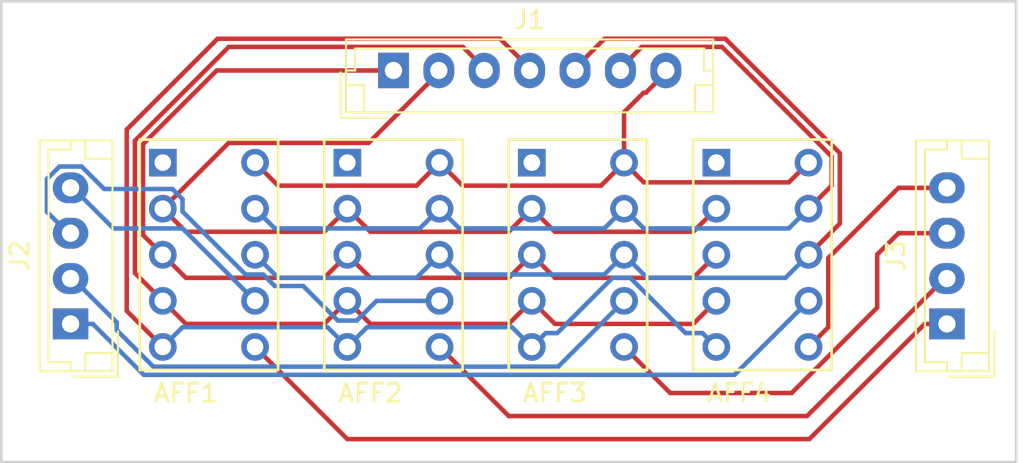
<source format=kicad_pcb>
(kicad_pcb (version 20171130) (host pcbnew 5.0.0)

  (general
    (thickness 1.6)
    (drawings 5)
    (tracks 177)
    (zones 0)
    (modules 7)
    (nets 20)
  )

  (page A4)
  (layers
    (0 F.Cu signal)
    (31 B.Cu signal)
    (32 B.Adhes user)
    (33 F.Adhes user)
    (34 B.Paste user)
    (35 F.Paste user)
    (36 B.SilkS user)
    (37 F.SilkS user)
    (38 B.Mask user)
    (39 F.Mask user)
    (40 Dwgs.User user)
    (41 Cmts.User user)
    (42 Eco1.User user)
    (43 Eco2.User user)
    (44 Edge.Cuts user)
    (45 Margin user)
    (46 B.CrtYd user)
    (47 F.CrtYd user)
    (48 B.Fab user)
    (49 F.Fab user)
  )

  (setup
    (last_trace_width 0.25)
    (trace_clearance 0.2)
    (zone_clearance 0.508)
    (zone_45_only no)
    (trace_min 0.2)
    (segment_width 0.2)
    (edge_width 0.15)
    (via_size 0.8)
    (via_drill 0.4)
    (via_min_size 0.4)
    (via_min_drill 0.3)
    (uvia_size 0.3)
    (uvia_drill 0.1)
    (uvias_allowed no)
    (uvia_min_size 0.2)
    (uvia_min_drill 0.1)
    (pcb_text_width 0.3)
    (pcb_text_size 1.5 1.5)
    (mod_edge_width 0.15)
    (mod_text_size 1 1)
    (mod_text_width 0.15)
    (pad_size 1.524 1.524)
    (pad_drill 0.762)
    (pad_to_mask_clearance 0.2)
    (aux_axis_origin 0 0)
    (visible_elements FFFFFF7F)
    (pcbplotparams
      (layerselection 0x010fc_ffffffff)
      (usegerberextensions false)
      (usegerberattributes false)
      (usegerberadvancedattributes false)
      (creategerberjobfile false)
      (excludeedgelayer true)
      (linewidth 0.100000)
      (plotframeref false)
      (viasonmask false)
      (mode 1)
      (useauxorigin false)
      (hpglpennumber 1)
      (hpglpenspeed 20)
      (hpglpendiameter 15.000000)
      (psnegative false)
      (psa4output false)
      (plotreference true)
      (plotvalue true)
      (plotinvisibletext false)
      (padsonsilk false)
      (subtractmaskfromsilk false)
      (outputformat 1)
      (mirror false)
      (drillshape 1)
      (scaleselection 1)
      (outputdirectory ""))
  )

  (net 0 "")
  (net 1 /e)
  (net 2 /d)
  (net 3 /c)
  (net 4 /b)
  (net 5 /a)
  (net 6 /g)
  (net 7 /f)
  (net 8 "Net-(AFF1-Pad1)")
  (net 9 "Net-(AFF1-Pad6)")
  (net 10 "Net-(AFF1-Pad7)")
  (net 11 "Net-(AFF2-Pad7)")
  (net 12 "Net-(AFF2-Pad6)")
  (net 13 "Net-(AFF2-Pad1)")
  (net 14 "Net-(AFF3-Pad1)")
  (net 15 "Net-(AFF3-Pad6)")
  (net 16 "Net-(AFF3-Pad7)")
  (net 17 "Net-(AFF4-Pad7)")
  (net 18 "Net-(AFF4-Pad6)")
  (net 19 "Net-(AFF4-Pad1)")

  (net_class Default "This is the default net class."
    (clearance 0.2)
    (trace_width 0.25)
    (via_dia 0.8)
    (via_drill 0.4)
    (uvia_dia 0.3)
    (uvia_drill 0.1)
    (add_net /a)
    (add_net /b)
    (add_net /c)
    (add_net /d)
    (add_net /e)
    (add_net /f)
    (add_net /g)
    (add_net "Net-(AFF1-Pad1)")
    (add_net "Net-(AFF1-Pad6)")
    (add_net "Net-(AFF1-Pad7)")
    (add_net "Net-(AFF2-Pad1)")
    (add_net "Net-(AFF2-Pad6)")
    (add_net "Net-(AFF2-Pad7)")
    (add_net "Net-(AFF3-Pad1)")
    (add_net "Net-(AFF3-Pad6)")
    (add_net "Net-(AFF3-Pad7)")
    (add_net "Net-(AFF4-Pad1)")
    (add_net "Net-(AFF4-Pad6)")
    (add_net "Net-(AFF4-Pad7)")
  )

  (module local:LSHD-A101 (layer F.Cu) (tedit 5B99886D) (tstamp 5BB0E6CE)
    (at 144.78 87.63 90)
    (path /5B948246)
    (fp_text reference AFF4 (at -7.62 -1.27) (layer F.SilkS)
      (effects (font (size 1 1) (thickness 0.15)))
    )
    (fp_text value LSHD-A101 (at 1.27 0 90) (layer F.Fab)
      (effects (font (size 1 1) (thickness 0.15)))
    )
    (fp_line (start -6.35 -3.81) (end -6.35 3.81) (layer F.SilkS) (width 0.15))
    (fp_line (start 6.35 -3.81) (end -6.35 -3.81) (layer F.SilkS) (width 0.15))
    (fp_line (start 6.35 3.81) (end 6.35 -3.81) (layer F.SilkS) (width 0.15))
    (fp_line (start -6.35 3.81) (end 6.35 3.81) (layer F.SilkS) (width 0.15))
    (pad 10 thru_hole circle (at 5.08 2.54) (size 1.524 1.524) (drill 0.9144) (layers *.Cu *.Mask)
      (net 5 /a))
    (pad 9 thru_hole circle (at 2.54 2.54) (size 1.524 1.524) (drill 0.9144) (layers *.Cu *.Mask)
      (net 4 /b))
    (pad 8 thru_hole circle (at 0 2.54) (size 1.524 1.524) (drill 0.9144) (layers *.Cu *.Mask)
      (net 3 /c))
    (pad 7 thru_hole circle (at -2.54 2.54) (size 1.524 1.524) (drill 0.9144) (layers *.Cu *.Mask)
      (net 17 "Net-(AFF4-Pad7)"))
    (pad 6 thru_hole circle (at -5.08 2.54) (size 1.524 1.524) (drill 0.9144) (layers *.Cu *.Mask)
      (net 18 "Net-(AFF4-Pad6)"))
    (pad 5 thru_hole circle (at -5.08 -2.54) (size 1.524 1.524) (drill 0.9144) (layers *.Cu *.Mask)
      (net 2 /d))
    (pad 4 thru_hole circle (at -2.54 -2.54) (size 1.524 1.524) (drill 0.9144) (layers *.Cu *.Mask)
      (net 1 /e))
    (pad 3 thru_hole circle (at 0 -2.54) (size 1.524 1.524) (drill 0.9144) (layers *.Cu *.Mask)
      (net 6 /g))
    (pad 2 thru_hole circle (at 2.54 -2.54) (size 1.524 1.524) (drill 0.9144) (layers *.Cu *.Mask)
      (net 7 /f))
    (pad 1 thru_hole rect (at 5.08 -2.54) (size 1.524 1.524) (drill 0.9144) (layers *.Cu *.Mask)
      (net 19 "Net-(AFF4-Pad1)"))
  )

  (module local:LSHD-A101 (layer F.Cu) (tedit 5B99886D) (tstamp 5BB0E6BD)
    (at 134.62 87.63 90)
    (path /5B94820E)
    (fp_text reference AFF3 (at -7.62 -1.27) (layer F.SilkS)
      (effects (font (size 1 1) (thickness 0.15)))
    )
    (fp_text value LSHD-A101 (at 0 0 90) (layer F.Fab)
      (effects (font (size 1 1) (thickness 0.15)))
    )
    (fp_line (start -6.35 3.81) (end 6.35 3.81) (layer F.SilkS) (width 0.15))
    (fp_line (start 6.35 3.81) (end 6.35 -3.81) (layer F.SilkS) (width 0.15))
    (fp_line (start 6.35 -3.81) (end -6.35 -3.81) (layer F.SilkS) (width 0.15))
    (fp_line (start -6.35 -3.81) (end -6.35 3.81) (layer F.SilkS) (width 0.15))
    (pad 1 thru_hole rect (at 5.08 -2.54) (size 1.524 1.524) (drill 0.9144) (layers *.Cu *.Mask)
      (net 14 "Net-(AFF3-Pad1)"))
    (pad 2 thru_hole circle (at 2.54 -2.54) (size 1.524 1.524) (drill 0.9144) (layers *.Cu *.Mask)
      (net 7 /f))
    (pad 3 thru_hole circle (at 0 -2.54) (size 1.524 1.524) (drill 0.9144) (layers *.Cu *.Mask)
      (net 6 /g))
    (pad 4 thru_hole circle (at -2.54 -2.54) (size 1.524 1.524) (drill 0.9144) (layers *.Cu *.Mask)
      (net 1 /e))
    (pad 5 thru_hole circle (at -5.08 -2.54) (size 1.524 1.524) (drill 0.9144) (layers *.Cu *.Mask)
      (net 2 /d))
    (pad 6 thru_hole circle (at -5.08 2.54) (size 1.524 1.524) (drill 0.9144) (layers *.Cu *.Mask)
      (net 15 "Net-(AFF3-Pad6)"))
    (pad 7 thru_hole circle (at -2.54 2.54) (size 1.524 1.524) (drill 0.9144) (layers *.Cu *.Mask)
      (net 16 "Net-(AFF3-Pad7)"))
    (pad 8 thru_hole circle (at 0 2.54) (size 1.524 1.524) (drill 0.9144) (layers *.Cu *.Mask)
      (net 3 /c))
    (pad 9 thru_hole circle (at 2.54 2.54) (size 1.524 1.524) (drill 0.9144) (layers *.Cu *.Mask)
      (net 4 /b))
    (pad 10 thru_hole circle (at 5.08 2.54) (size 1.524 1.524) (drill 0.9144) (layers *.Cu *.Mask)
      (net 5 /a))
  )

  (module local:LSHD-A101 (layer F.Cu) (tedit 5B99886D) (tstamp 5BB0E6AC)
    (at 124.46 87.63 90)
    (path /5B9481CE)
    (fp_text reference AFF2 (at -7.62 -1.27) (layer F.SilkS)
      (effects (font (size 1 1) (thickness 0.15)))
    )
    (fp_text value LSHD-A101 (at 1.27 0 90) (layer F.Fab)
      (effects (font (size 1 1) (thickness 0.15)))
    )
    (fp_line (start -6.35 -3.81) (end -6.35 3.81) (layer F.SilkS) (width 0.15))
    (fp_line (start 6.35 -3.81) (end -6.35 -3.81) (layer F.SilkS) (width 0.15))
    (fp_line (start 6.35 3.81) (end 6.35 -3.81) (layer F.SilkS) (width 0.15))
    (fp_line (start -6.35 3.81) (end 6.35 3.81) (layer F.SilkS) (width 0.15))
    (pad 10 thru_hole circle (at 5.08 2.54) (size 1.524 1.524) (drill 0.9144) (layers *.Cu *.Mask)
      (net 5 /a))
    (pad 9 thru_hole circle (at 2.54 2.54) (size 1.524 1.524) (drill 0.9144) (layers *.Cu *.Mask)
      (net 4 /b))
    (pad 8 thru_hole circle (at 0 2.54) (size 1.524 1.524) (drill 0.9144) (layers *.Cu *.Mask)
      (net 3 /c))
    (pad 7 thru_hole circle (at -2.54 2.54) (size 1.524 1.524) (drill 0.9144) (layers *.Cu *.Mask)
      (net 11 "Net-(AFF2-Pad7)"))
    (pad 6 thru_hole circle (at -5.08 2.54) (size 1.524 1.524) (drill 0.9144) (layers *.Cu *.Mask)
      (net 12 "Net-(AFF2-Pad6)"))
    (pad 5 thru_hole circle (at -5.08 -2.54) (size 1.524 1.524) (drill 0.9144) (layers *.Cu *.Mask)
      (net 2 /d))
    (pad 4 thru_hole circle (at -2.54 -2.54) (size 1.524 1.524) (drill 0.9144) (layers *.Cu *.Mask)
      (net 1 /e))
    (pad 3 thru_hole circle (at 0 -2.54) (size 1.524 1.524) (drill 0.9144) (layers *.Cu *.Mask)
      (net 6 /g))
    (pad 2 thru_hole circle (at 2.54 -2.54) (size 1.524 1.524) (drill 0.9144) (layers *.Cu *.Mask)
      (net 7 /f))
    (pad 1 thru_hole rect (at 5.08 -2.54) (size 1.524 1.524) (drill 0.9144) (layers *.Cu *.Mask)
      (net 13 "Net-(AFF2-Pad1)"))
  )

  (module local:LSHD-A101 (layer F.Cu) (tedit 5B99886D) (tstamp 5BB0E69B)
    (at 114.3 87.63 90)
    (path /5B948150)
    (fp_text reference AFF1 (at -7.62 -1.27) (layer F.SilkS)
      (effects (font (size 1 1) (thickness 0.15)))
    )
    (fp_text value LSHD-A101 (at 0 0 90) (layer F.Fab)
      (effects (font (size 1 1) (thickness 0.15)))
    )
    (fp_line (start -6.35 3.81) (end 6.35 3.81) (layer F.SilkS) (width 0.15))
    (fp_line (start 6.35 3.81) (end 6.35 -3.81) (layer F.SilkS) (width 0.15))
    (fp_line (start 6.35 -3.81) (end -6.35 -3.81) (layer F.SilkS) (width 0.15))
    (fp_line (start -6.35 -3.81) (end -6.35 3.81) (layer F.SilkS) (width 0.15))
    (pad 1 thru_hole rect (at 5.08 -2.54) (size 1.524 1.524) (drill 0.9144) (layers *.Cu *.Mask)
      (net 8 "Net-(AFF1-Pad1)"))
    (pad 2 thru_hole circle (at 2.54 -2.54) (size 1.524 1.524) (drill 0.9144) (layers *.Cu *.Mask)
      (net 7 /f))
    (pad 3 thru_hole circle (at 0 -2.54) (size 1.524 1.524) (drill 0.9144) (layers *.Cu *.Mask)
      (net 6 /g))
    (pad 4 thru_hole circle (at -2.54 -2.54) (size 1.524 1.524) (drill 0.9144) (layers *.Cu *.Mask)
      (net 1 /e))
    (pad 5 thru_hole circle (at -5.08 -2.54) (size 1.524 1.524) (drill 0.9144) (layers *.Cu *.Mask)
      (net 2 /d))
    (pad 6 thru_hole circle (at -5.08 2.54) (size 1.524 1.524) (drill 0.9144) (layers *.Cu *.Mask)
      (net 9 "Net-(AFF1-Pad6)"))
    (pad 7 thru_hole circle (at -2.54 2.54) (size 1.524 1.524) (drill 0.9144) (layers *.Cu *.Mask)
      (net 10 "Net-(AFF1-Pad7)"))
    (pad 8 thru_hole circle (at 0 2.54) (size 1.524 1.524) (drill 0.9144) (layers *.Cu *.Mask)
      (net 3 /c))
    (pad 9 thru_hole circle (at 2.54 2.54) (size 1.524 1.524) (drill 0.9144) (layers *.Cu *.Mask)
      (net 4 /b))
    (pad 10 thru_hole circle (at 5.08 2.54) (size 1.524 1.524) (drill 0.9144) (layers *.Cu *.Mask)
      (net 5 /a))
  )

  (module Connector_JST:JST_EH_B04B-EH-A_1x04_P2.50mm_Vertical (layer F.Cu) (tedit 5A0EB040) (tstamp 5BA5A328)
    (at 154.94 91.44 90)
    (descr "JST EH series connector, B04B-EH-A (http://www.jst-mfg.com/product/pdf/eng/eEH.pdf), generated with kicad-footprint-generator")
    (tags "connector JST EH side entry")
    (path /5B94EC70)
    (fp_text reference J3 (at 3.75 -2.8 90) (layer F.SilkS)
      (effects (font (size 1 1) (thickness 0.15)))
    )
    (fp_text value Conn_01x04 (at 3.75 3.4 90) (layer F.Fab)
      (effects (font (size 1 1) (thickness 0.15)))
    )
    (fp_text user %R (at 3.75 1.5 90) (layer F.Fab)
      (effects (font (size 1 1) (thickness 0.15)))
    )
    (fp_line (start -2.91 2.61) (end -0.41 2.61) (layer F.Fab) (width 0.1))
    (fp_line (start -2.91 0.11) (end -2.91 2.61) (layer F.Fab) (width 0.1))
    (fp_line (start -2.91 2.61) (end -0.41 2.61) (layer F.SilkS) (width 0.12))
    (fp_line (start -2.91 0.11) (end -2.91 2.61) (layer F.SilkS) (width 0.12))
    (fp_line (start 9.11 0.81) (end 9.11 2.31) (layer F.SilkS) (width 0.12))
    (fp_line (start 10.11 0.81) (end 9.11 0.81) (layer F.SilkS) (width 0.12))
    (fp_line (start -1.61 0.81) (end -1.61 2.31) (layer F.SilkS) (width 0.12))
    (fp_line (start -2.61 0.81) (end -1.61 0.81) (layer F.SilkS) (width 0.12))
    (fp_line (start 9.61 0) (end 10.11 0) (layer F.SilkS) (width 0.12))
    (fp_line (start 9.61 -1.21) (end 9.61 0) (layer F.SilkS) (width 0.12))
    (fp_line (start -2.11 -1.21) (end 9.61 -1.21) (layer F.SilkS) (width 0.12))
    (fp_line (start -2.11 0) (end -2.11 -1.21) (layer F.SilkS) (width 0.12))
    (fp_line (start -2.61 0) (end -2.11 0) (layer F.SilkS) (width 0.12))
    (fp_line (start 10.11 -1.71) (end -2.61 -1.71) (layer F.SilkS) (width 0.12))
    (fp_line (start 10.11 2.31) (end 10.11 -1.71) (layer F.SilkS) (width 0.12))
    (fp_line (start -2.61 2.31) (end 10.11 2.31) (layer F.SilkS) (width 0.12))
    (fp_line (start -2.61 -1.71) (end -2.61 2.31) (layer F.SilkS) (width 0.12))
    (fp_line (start 10.5 -2.1) (end -3 -2.1) (layer F.CrtYd) (width 0.05))
    (fp_line (start 10.5 2.7) (end 10.5 -2.1) (layer F.CrtYd) (width 0.05))
    (fp_line (start -3 2.7) (end 10.5 2.7) (layer F.CrtYd) (width 0.05))
    (fp_line (start -3 -2.1) (end -3 2.7) (layer F.CrtYd) (width 0.05))
    (fp_line (start 10 -1.6) (end -2.5 -1.6) (layer F.Fab) (width 0.1))
    (fp_line (start 10 2.2) (end 10 -1.6) (layer F.Fab) (width 0.1))
    (fp_line (start -2.5 2.2) (end 10 2.2) (layer F.Fab) (width 0.1))
    (fp_line (start -2.5 -1.6) (end -2.5 2.2) (layer F.Fab) (width 0.1))
    (pad 4 thru_hole oval (at 7.5 0 90) (size 1.7 1.95) (drill 0.95) (layers *.Cu *.Mask)
      (net 18 "Net-(AFF4-Pad6)"))
    (pad 3 thru_hole oval (at 5 0 90) (size 1.7 1.95) (drill 0.95) (layers *.Cu *.Mask)
      (net 15 "Net-(AFF3-Pad6)"))
    (pad 2 thru_hole oval (at 2.5 0 90) (size 1.7 1.95) (drill 0.95) (layers *.Cu *.Mask)
      (net 12 "Net-(AFF2-Pad6)"))
    (pad 1 thru_hole rect (at 0 0 90) (size 1.7 1.95) (drill 0.95) (layers *.Cu *.Mask)
      (net 9 "Net-(AFF1-Pad6)"))
    (model ${KISYS3DMOD}/Connector_JST.3dshapes/JST_EH_B04B-EH-A_1x04_P2.50mm_Vertical.wrl
      (at (xyz 0 0 0))
      (scale (xyz 1 1 1))
      (rotate (xyz 0 0 0))
    )
  )

  (module Connector_JST:JST_EH_B04B-EH-A_1x04_P2.50mm_Vertical (layer F.Cu) (tedit 5A0EB040) (tstamp 5BA5A306)
    (at 106.68 91.44 90)
    (descr "JST EH series connector, B04B-EH-A (http://www.jst-mfg.com/product/pdf/eng/eEH.pdf), generated with kicad-footprint-generator")
    (tags "connector JST EH side entry")
    (path /5B94EBF5)
    (fp_text reference J2 (at 3.75 -2.8 90) (layer F.SilkS)
      (effects (font (size 1 1) (thickness 0.15)))
    )
    (fp_text value Conn_01x04 (at 3.75 3.4 90) (layer F.Fab)
      (effects (font (size 1 1) (thickness 0.15)))
    )
    (fp_line (start -2.5 -1.6) (end -2.5 2.2) (layer F.Fab) (width 0.1))
    (fp_line (start -2.5 2.2) (end 10 2.2) (layer F.Fab) (width 0.1))
    (fp_line (start 10 2.2) (end 10 -1.6) (layer F.Fab) (width 0.1))
    (fp_line (start 10 -1.6) (end -2.5 -1.6) (layer F.Fab) (width 0.1))
    (fp_line (start -3 -2.1) (end -3 2.7) (layer F.CrtYd) (width 0.05))
    (fp_line (start -3 2.7) (end 10.5 2.7) (layer F.CrtYd) (width 0.05))
    (fp_line (start 10.5 2.7) (end 10.5 -2.1) (layer F.CrtYd) (width 0.05))
    (fp_line (start 10.5 -2.1) (end -3 -2.1) (layer F.CrtYd) (width 0.05))
    (fp_line (start -2.61 -1.71) (end -2.61 2.31) (layer F.SilkS) (width 0.12))
    (fp_line (start -2.61 2.31) (end 10.11 2.31) (layer F.SilkS) (width 0.12))
    (fp_line (start 10.11 2.31) (end 10.11 -1.71) (layer F.SilkS) (width 0.12))
    (fp_line (start 10.11 -1.71) (end -2.61 -1.71) (layer F.SilkS) (width 0.12))
    (fp_line (start -2.61 0) (end -2.11 0) (layer F.SilkS) (width 0.12))
    (fp_line (start -2.11 0) (end -2.11 -1.21) (layer F.SilkS) (width 0.12))
    (fp_line (start -2.11 -1.21) (end 9.61 -1.21) (layer F.SilkS) (width 0.12))
    (fp_line (start 9.61 -1.21) (end 9.61 0) (layer F.SilkS) (width 0.12))
    (fp_line (start 9.61 0) (end 10.11 0) (layer F.SilkS) (width 0.12))
    (fp_line (start -2.61 0.81) (end -1.61 0.81) (layer F.SilkS) (width 0.12))
    (fp_line (start -1.61 0.81) (end -1.61 2.31) (layer F.SilkS) (width 0.12))
    (fp_line (start 10.11 0.81) (end 9.11 0.81) (layer F.SilkS) (width 0.12))
    (fp_line (start 9.11 0.81) (end 9.11 2.31) (layer F.SilkS) (width 0.12))
    (fp_line (start -2.91 0.11) (end -2.91 2.61) (layer F.SilkS) (width 0.12))
    (fp_line (start -2.91 2.61) (end -0.41 2.61) (layer F.SilkS) (width 0.12))
    (fp_line (start -2.91 0.11) (end -2.91 2.61) (layer F.Fab) (width 0.1))
    (fp_line (start -2.91 2.61) (end -0.41 2.61) (layer F.Fab) (width 0.1))
    (fp_text user %R (at 3.75 1.5 90) (layer F.Fab)
      (effects (font (size 1 1) (thickness 0.15)))
    )
    (pad 1 thru_hole rect (at 0 0 90) (size 1.7 1.95) (drill 0.95) (layers *.Cu *.Mask)
      (net 17 "Net-(AFF4-Pad7)"))
    (pad 2 thru_hole oval (at 2.5 0 90) (size 1.7 1.95) (drill 0.95) (layers *.Cu *.Mask)
      (net 16 "Net-(AFF3-Pad7)"))
    (pad 3 thru_hole oval (at 5 0 90) (size 1.7 1.95) (drill 0.95) (layers *.Cu *.Mask)
      (net 11 "Net-(AFF2-Pad7)"))
    (pad 4 thru_hole oval (at 7.5 0 90) (size 1.7 1.95) (drill 0.95) (layers *.Cu *.Mask)
      (net 10 "Net-(AFF1-Pad7)"))
    (model ${KISYS3DMOD}/Connector_JST.3dshapes/JST_EH_B04B-EH-A_1x04_P2.50mm_Vertical.wrl
      (at (xyz 0 0 0))
      (scale (xyz 1 1 1))
      (rotate (xyz 0 0 0))
    )
  )

  (module Connector_JST:JST_EH_B07B-EH-A_1x07_P2.50mm_Vertical (layer F.Cu) (tedit 5A0EB040) (tstamp 5BA5A2E4)
    (at 124.46 77.47)
    (descr "JST EH series connector, B07B-EH-A (http://www.jst-mfg.com/product/pdf/eng/eEH.pdf), generated with kicad-footprint-generator")
    (tags "connector JST EH side entry")
    (path /5B94C4DE)
    (fp_text reference J1 (at 7.5 -2.8) (layer F.SilkS)
      (effects (font (size 1 1) (thickness 0.15)))
    )
    (fp_text value Conn_01x07 (at 7.5 3.4) (layer F.Fab)
      (effects (font (size 1 1) (thickness 0.15)))
    )
    (fp_line (start -2.5 -1.6) (end -2.5 2.2) (layer F.Fab) (width 0.1))
    (fp_line (start -2.5 2.2) (end 17.5 2.2) (layer F.Fab) (width 0.1))
    (fp_line (start 17.5 2.2) (end 17.5 -1.6) (layer F.Fab) (width 0.1))
    (fp_line (start 17.5 -1.6) (end -2.5 -1.6) (layer F.Fab) (width 0.1))
    (fp_line (start -3 -2.1) (end -3 2.7) (layer F.CrtYd) (width 0.05))
    (fp_line (start -3 2.7) (end 18 2.7) (layer F.CrtYd) (width 0.05))
    (fp_line (start 18 2.7) (end 18 -2.1) (layer F.CrtYd) (width 0.05))
    (fp_line (start 18 -2.1) (end -3 -2.1) (layer F.CrtYd) (width 0.05))
    (fp_line (start -2.61 -1.71) (end -2.61 2.31) (layer F.SilkS) (width 0.12))
    (fp_line (start -2.61 2.31) (end 17.61 2.31) (layer F.SilkS) (width 0.12))
    (fp_line (start 17.61 2.31) (end 17.61 -1.71) (layer F.SilkS) (width 0.12))
    (fp_line (start 17.61 -1.71) (end -2.61 -1.71) (layer F.SilkS) (width 0.12))
    (fp_line (start -2.61 0) (end -2.11 0) (layer F.SilkS) (width 0.12))
    (fp_line (start -2.11 0) (end -2.11 -1.21) (layer F.SilkS) (width 0.12))
    (fp_line (start -2.11 -1.21) (end 17.11 -1.21) (layer F.SilkS) (width 0.12))
    (fp_line (start 17.11 -1.21) (end 17.11 0) (layer F.SilkS) (width 0.12))
    (fp_line (start 17.11 0) (end 17.61 0) (layer F.SilkS) (width 0.12))
    (fp_line (start -2.61 0.81) (end -1.61 0.81) (layer F.SilkS) (width 0.12))
    (fp_line (start -1.61 0.81) (end -1.61 2.31) (layer F.SilkS) (width 0.12))
    (fp_line (start 17.61 0.81) (end 16.61 0.81) (layer F.SilkS) (width 0.12))
    (fp_line (start 16.61 0.81) (end 16.61 2.31) (layer F.SilkS) (width 0.12))
    (fp_line (start -2.91 0.11) (end -2.91 2.61) (layer F.SilkS) (width 0.12))
    (fp_line (start -2.91 2.61) (end -0.41 2.61) (layer F.SilkS) (width 0.12))
    (fp_line (start -2.91 0.11) (end -2.91 2.61) (layer F.Fab) (width 0.1))
    (fp_line (start -2.91 2.61) (end -0.41 2.61) (layer F.Fab) (width 0.1))
    (fp_text user %R (at 7.5 1.5) (layer F.Fab)
      (effects (font (size 1 1) (thickness 0.15)))
    )
    (pad 1 thru_hole rect (at 0 0) (size 1.7 1.95) (drill 0.95) (layers *.Cu *.Mask)
      (net 6 /g))
    (pad 2 thru_hole oval (at 2.5 0) (size 1.7 1.95) (drill 0.95) (layers *.Cu *.Mask)
      (net 7 /f))
    (pad 3 thru_hole oval (at 5 0) (size 1.7 1.95) (drill 0.95) (layers *.Cu *.Mask)
      (net 1 /e))
    (pad 4 thru_hole oval (at 7.5 0) (size 1.7 1.95) (drill 0.95) (layers *.Cu *.Mask)
      (net 2 /d))
    (pad 5 thru_hole oval (at 10 0) (size 1.7 1.95) (drill 0.95) (layers *.Cu *.Mask)
      (net 3 /c))
    (pad 6 thru_hole oval (at 12.5 0) (size 1.7 1.95) (drill 0.95) (layers *.Cu *.Mask)
      (net 4 /b))
    (pad 7 thru_hole oval (at 15 0) (size 1.7 1.95) (drill 0.95) (layers *.Cu *.Mask)
      (net 5 /a))
    (model ${KISYS3DMOD}/Connector_JST.3dshapes/JST_EH_B07B-EH-A_1x07_P2.50mm_Vertical.wrl
      (at (xyz 0 0 0))
      (scale (xyz 1 1 1))
      (rotate (xyz 0 0 0))
    )
  )

  (gr_line (start 102.87 99.06) (end 104.14 99.06) (layer Edge.Cuts) (width 0.15))
  (gr_line (start 102.87 73.66) (end 102.87 99.06) (layer Edge.Cuts) (width 0.15))
  (gr_line (start 158.75 73.66) (end 102.87 73.66) (layer Edge.Cuts) (width 0.15))
  (gr_line (start 158.75 99.06) (end 158.75 73.66) (layer Edge.Cuts) (width 0.15))
  (gr_line (start 104.14 99.06) (end 158.75 99.06) (layer Edge.Cuts) (width 0.15))

  (segment (start 121.158001 90.931999) (end 121.92 90.17) (width 0.25) (layer F.Cu) (net 1))
  (segment (start 120.65 91.44) (end 121.158001 90.931999) (width 0.25) (layer F.Cu) (net 1))
  (segment (start 113.03 91.44) (end 120.65 91.44) (width 0.25) (layer F.Cu) (net 1))
  (segment (start 111.76 90.17) (end 113.03 91.44) (width 0.25) (layer F.Cu) (net 1))
  (segment (start 131.318001 90.931999) (end 132.08 90.17) (width 0.25) (layer F.Cu) (net 1))
  (segment (start 123.19 91.44) (end 130.81 91.44) (width 0.25) (layer F.Cu) (net 1))
  (segment (start 130.81 91.44) (end 131.318001 90.931999) (width 0.25) (layer F.Cu) (net 1))
  (segment (start 121.92 90.17) (end 123.19 91.44) (width 0.25) (layer F.Cu) (net 1))
  (segment (start 141.478001 90.931999) (end 142.24 90.17) (width 0.25) (layer F.Cu) (net 1))
  (segment (start 140.97 91.44) (end 141.478001 90.931999) (width 0.25) (layer F.Cu) (net 1))
  (segment (start 133.35 91.44) (end 140.97 91.44) (width 0.25) (layer F.Cu) (net 1))
  (segment (start 132.08 90.17) (end 133.35 91.44) (width 0.25) (layer F.Cu) (net 1))
  (segment (start 128.284999 76.169999) (end 129.46 77.345) (width 0.25) (layer F.Cu) (net 1))
  (segment (start 129.46 77.345) (end 129.46 77.47) (width 0.25) (layer F.Cu) (net 1))
  (segment (start 110.22299 81.341598) (end 115.394589 76.169999) (width 0.25) (layer F.Cu) (net 1))
  (segment (start 115.394589 76.169999) (end 128.284999 76.169999) (width 0.25) (layer F.Cu) (net 1))
  (segment (start 110.222989 88.632989) (end 110.22299 81.341598) (width 0.25) (layer F.Cu) (net 1))
  (segment (start 111.76 90.17) (end 110.222989 88.632989) (width 0.25) (layer F.Cu) (net 1))
  (segment (start 121.158001 91.948001) (end 121.92 92.71) (width 0.25) (layer B.Cu) (net 2))
  (segment (start 120.832999 91.622999) (end 121.158001 91.948001) (width 0.25) (layer B.Cu) (net 2))
  (segment (start 112.847001 91.622999) (end 120.832999 91.622999) (width 0.25) (layer B.Cu) (net 2))
  (segment (start 111.76 92.71) (end 112.847001 91.622999) (width 0.25) (layer B.Cu) (net 2))
  (segment (start 131.318001 91.948001) (end 132.08 92.71) (width 0.25) (layer B.Cu) (net 2))
  (segment (start 130.992999 91.622999) (end 131.318001 91.948001) (width 0.25) (layer B.Cu) (net 2))
  (segment (start 123.007001 91.622999) (end 130.992999 91.622999) (width 0.25) (layer B.Cu) (net 2))
  (segment (start 121.92 92.71) (end 123.007001 91.622999) (width 0.25) (layer B.Cu) (net 2))
  (segment (start 141.478001 91.948001) (end 142.24 92.71) (width 0.25) (layer B.Cu) (net 2))
  (segment (start 140.546763 91.948001) (end 141.478001 91.948001) (width 0.25) (layer B.Cu) (net 2))
  (segment (start 137.498762 88.9) (end 140.546763 91.948001) (width 0.25) (layer B.Cu) (net 2))
  (segment (start 133.478409 91.948001) (end 136.52641 88.9) (width 0.25) (layer B.Cu) (net 2))
  (segment (start 136.52641 88.9) (end 137.498762 88.9) (width 0.25) (layer B.Cu) (net 2))
  (segment (start 132.841999 91.948001) (end 133.478409 91.948001) (width 0.25) (layer B.Cu) (net 2))
  (segment (start 132.08 92.71) (end 132.841999 91.948001) (width 0.25) (layer B.Cu) (net 2))
  (segment (start 109.772981 90.722981) (end 109.772981 80.727019) (width 0.25) (layer F.Cu) (net 2))
  (segment (start 111.76 92.71) (end 109.772981 90.722981) (width 0.25) (layer F.Cu) (net 2))
  (segment (start 131.96 77.345) (end 131.96 77.47) (width 0.25) (layer F.Cu) (net 2))
  (segment (start 130.334989 75.719989) (end 131.96 77.345) (width 0.25) (layer F.Cu) (net 2))
  (segment (start 114.780011 75.719989) (end 130.334989 75.719989) (width 0.25) (layer F.Cu) (net 2))
  (segment (start 109.772981 80.727019) (end 114.780011 75.719989) (width 0.25) (layer F.Cu) (net 2))
  (segment (start 126.238001 88.391999) (end 127 87.63) (width 0.25) (layer B.Cu) (net 3))
  (segment (start 118.11 88.9) (end 125.73 88.9) (width 0.25) (layer B.Cu) (net 3))
  (segment (start 125.73 88.9) (end 126.238001 88.391999) (width 0.25) (layer B.Cu) (net 3))
  (segment (start 116.84 87.63) (end 118.11 88.9) (width 0.25) (layer B.Cu) (net 3))
  (segment (start 136.072999 88.717001) (end 136.398001 88.391999) (width 0.25) (layer B.Cu) (net 3))
  (segment (start 136.398001 88.391999) (end 137.16 87.63) (width 0.25) (layer B.Cu) (net 3))
  (segment (start 128.087001 88.717001) (end 136.072999 88.717001) (width 0.25) (layer B.Cu) (net 3))
  (segment (start 127 87.63) (end 128.087001 88.717001) (width 0.25) (layer B.Cu) (net 3))
  (segment (start 146.558001 88.391999) (end 147.32 87.63) (width 0.25) (layer B.Cu) (net 3))
  (segment (start 146.05 88.9) (end 146.558001 88.391999) (width 0.25) (layer B.Cu) (net 3))
  (segment (start 138.43 88.9) (end 146.05 88.9) (width 0.25) (layer B.Cu) (net 3))
  (segment (start 137.16 87.63) (end 138.43 88.9) (width 0.25) (layer B.Cu) (net 3))
  (segment (start 134.46 77.345) (end 134.46 77.47) (width 0.25) (layer F.Cu) (net 3))
  (segment (start 136.08502 75.71998) (end 134.46 77.345) (width 0.25) (layer F.Cu) (net 3))
  (segment (start 149.040009 82.024837) (end 142.735152 75.71998) (width 0.25) (layer F.Cu) (net 3))
  (segment (start 142.735152 75.71998) (end 136.08502 75.71998) (width 0.25) (layer F.Cu) (net 3))
  (segment (start 149.040009 85.909991) (end 149.040009 82.024837) (width 0.25) (layer F.Cu) (net 3))
  (segment (start 147.32 87.63) (end 149.040009 85.909991) (width 0.25) (layer F.Cu) (net 3))
  (segment (start 125.912999 86.177001) (end 126.238001 85.851999) (width 0.25) (layer B.Cu) (net 4))
  (segment (start 126.238001 85.851999) (end 127 85.09) (width 0.25) (layer B.Cu) (net 4))
  (segment (start 117.927001 86.177001) (end 125.912999 86.177001) (width 0.25) (layer B.Cu) (net 4))
  (segment (start 116.84 85.09) (end 117.927001 86.177001) (width 0.25) (layer B.Cu) (net 4))
  (segment (start 136.398001 85.851999) (end 137.16 85.09) (width 0.25) (layer B.Cu) (net 4))
  (segment (start 136.072999 86.177001) (end 136.398001 85.851999) (width 0.25) (layer B.Cu) (net 4))
  (segment (start 128.087001 86.177001) (end 136.072999 86.177001) (width 0.25) (layer B.Cu) (net 4))
  (segment (start 127 85.09) (end 128.087001 86.177001) (width 0.25) (layer B.Cu) (net 4))
  (segment (start 146.558001 85.851999) (end 147.32 85.09) (width 0.25) (layer B.Cu) (net 4))
  (segment (start 146.232999 86.177001) (end 146.558001 85.851999) (width 0.25) (layer B.Cu) (net 4))
  (segment (start 138.247001 86.177001) (end 146.232999 86.177001) (width 0.25) (layer B.Cu) (net 4))
  (segment (start 137.16 85.09) (end 138.247001 86.177001) (width 0.25) (layer B.Cu) (net 4))
  (segment (start 138.13501 76.16999) (end 136.96 77.345) (width 0.25) (layer F.Cu) (net 4))
  (segment (start 142.548752 76.16999) (end 138.13501 76.16999) (width 0.25) (layer F.Cu) (net 4))
  (segment (start 148.59 82.211238) (end 142.548752 76.16999) (width 0.25) (layer F.Cu) (net 4))
  (segment (start 148.59 83.82) (end 148.59 82.211238) (width 0.25) (layer F.Cu) (net 4))
  (segment (start 136.96 77.345) (end 136.96 77.47) (width 0.25) (layer F.Cu) (net 4))
  (segment (start 147.32 85.09) (end 148.59 83.82) (width 0.25) (layer F.Cu) (net 4))
  (segment (start 126.238001 83.311999) (end 127 82.55) (width 0.25) (layer F.Cu) (net 5))
  (segment (start 125.73 83.82) (end 126.238001 83.311999) (width 0.25) (layer F.Cu) (net 5))
  (segment (start 118.11 83.82) (end 125.73 83.82) (width 0.25) (layer F.Cu) (net 5))
  (segment (start 116.84 82.55) (end 118.11 83.82) (width 0.25) (layer F.Cu) (net 5))
  (segment (start 135.89 83.82) (end 136.398001 83.311999) (width 0.25) (layer F.Cu) (net 5))
  (segment (start 128.27 83.82) (end 135.89 83.82) (width 0.25) (layer F.Cu) (net 5))
  (segment (start 136.398001 83.311999) (end 137.16 82.55) (width 0.25) (layer F.Cu) (net 5))
  (segment (start 127 82.55) (end 128.27 83.82) (width 0.25) (layer F.Cu) (net 5))
  (segment (start 146.558001 83.311999) (end 147.32 82.55) (width 0.25) (layer F.Cu) (net 5))
  (segment (start 146.232999 83.637001) (end 146.558001 83.311999) (width 0.25) (layer F.Cu) (net 5))
  (segment (start 138.247001 83.637001) (end 146.232999 83.637001) (width 0.25) (layer F.Cu) (net 5))
  (segment (start 137.16 82.55) (end 138.247001 83.637001) (width 0.25) (layer F.Cu) (net 5))
  (segment (start 139.46 77.595) (end 139.46 77.47) (width 0.25) (layer F.Cu) (net 5))
  (segment (start 138.36 78.695) (end 139.46 77.595) (width 0.25) (layer F.Cu) (net 5))
  (segment (start 137.16 79.77) (end 138.235 78.695) (width 0.25) (layer F.Cu) (net 5))
  (segment (start 138.235 78.695) (end 138.36 78.695) (width 0.25) (layer F.Cu) (net 5))
  (segment (start 137.16 82.55) (end 137.16 79.77) (width 0.25) (layer F.Cu) (net 5))
  (segment (start 121.158001 88.391999) (end 121.92 87.63) (width 0.25) (layer F.Cu) (net 6))
  (segment (start 120.65 88.9) (end 121.158001 88.391999) (width 0.25) (layer F.Cu) (net 6))
  (segment (start 113.03 88.9) (end 120.65 88.9) (width 0.25) (layer F.Cu) (net 6))
  (segment (start 111.76 87.63) (end 113.03 88.9) (width 0.25) (layer F.Cu) (net 6))
  (segment (start 131.318001 88.391999) (end 132.08 87.63) (width 0.25) (layer F.Cu) (net 6))
  (segment (start 130.81 88.9) (end 131.318001 88.391999) (width 0.25) (layer F.Cu) (net 6))
  (segment (start 123.19 88.9) (end 130.81 88.9) (width 0.25) (layer F.Cu) (net 6))
  (segment (start 121.92 87.63) (end 123.19 88.9) (width 0.25) (layer F.Cu) (net 6))
  (segment (start 141.478001 88.391999) (end 142.24 87.63) (width 0.25) (layer F.Cu) (net 6))
  (segment (start 140.97 88.9) (end 141.478001 88.391999) (width 0.25) (layer F.Cu) (net 6))
  (segment (start 133.35 88.9) (end 140.97 88.9) (width 0.25) (layer F.Cu) (net 6))
  (segment (start 132.08 87.63) (end 133.35 88.9) (width 0.25) (layer F.Cu) (net 6))
  (segment (start 123.36 77.47) (end 124.46 77.47) (width 0.25) (layer F.Cu) (net 6))
  (segment (start 114.730998 77.47) (end 123.36 77.47) (width 0.25) (layer F.Cu) (net 6))
  (segment (start 110.672999 81.527999) (end 114.730998 77.47) (width 0.25) (layer F.Cu) (net 6))
  (segment (start 110.672999 86.542999) (end 110.672999 81.527999) (width 0.25) (layer F.Cu) (net 6))
  (segment (start 111.76 87.63) (end 110.672999 86.542999) (width 0.25) (layer F.Cu) (net 6))
  (segment (start 121.158001 85.851999) (end 121.92 85.09) (width 0.25) (layer F.Cu) (net 7))
  (segment (start 120.65 86.36) (end 121.158001 85.851999) (width 0.25) (layer F.Cu) (net 7))
  (segment (start 113.03 86.36) (end 120.65 86.36) (width 0.25) (layer F.Cu) (net 7))
  (segment (start 111.76 85.09) (end 113.03 86.36) (width 0.25) (layer F.Cu) (net 7))
  (segment (start 131.318001 85.851999) (end 132.08 85.09) (width 0.25) (layer F.Cu) (net 7))
  (segment (start 130.81 86.36) (end 131.318001 85.851999) (width 0.25) (layer F.Cu) (net 7))
  (segment (start 123.19 86.36) (end 130.81 86.36) (width 0.25) (layer F.Cu) (net 7))
  (segment (start 121.92 85.09) (end 123.19 86.36) (width 0.25) (layer F.Cu) (net 7))
  (segment (start 141.478001 85.851999) (end 142.24 85.09) (width 0.25) (layer F.Cu) (net 7))
  (segment (start 140.97 86.36) (end 141.478001 85.851999) (width 0.25) (layer F.Cu) (net 7))
  (segment (start 133.35 86.36) (end 140.97 86.36) (width 0.25) (layer F.Cu) (net 7))
  (segment (start 132.08 85.09) (end 133.35 86.36) (width 0.25) (layer F.Cu) (net 7))
  (segment (start 126.96 77.595) (end 126.96 77.47) (width 0.25) (layer F.Cu) (net 7))
  (segment (start 115.387001 81.462999) (end 123.092001 81.462999) (width 0.25) (layer F.Cu) (net 7))
  (segment (start 123.092001 81.462999) (end 126.96 77.595) (width 0.25) (layer F.Cu) (net 7))
  (segment (start 111.76 85.09) (end 115.387001 81.462999) (width 0.25) (layer F.Cu) (net 7))
  (segment (start 147.365 97.79) (end 153.715 91.44) (width 0.25) (layer F.Cu) (net 9))
  (segment (start 121.92 97.79) (end 147.365 97.79) (width 0.25) (layer F.Cu) (net 9))
  (segment (start 153.715 91.44) (end 154.94 91.44) (width 0.25) (layer F.Cu) (net 9))
  (segment (start 116.84 92.71) (end 121.92 97.79) (width 0.25) (layer F.Cu) (net 9))
  (segment (start 106.805 83.94) (end 106.68 83.94) (width 0.25) (layer B.Cu) (net 10))
  (segment (start 109.042001 86.177001) (end 106.805 83.94) (width 0.25) (layer B.Cu) (net 10))
  (segment (start 112.847001 86.177001) (end 109.042001 86.177001) (width 0.25) (layer B.Cu) (net 10))
  (segment (start 116.84 90.17) (end 112.847001 86.177001) (width 0.25) (layer B.Cu) (net 10))
  (segment (start 106.805 86.44) (end 106.68 86.44) (width 0.25) (layer B.Cu) (net 11))
  (segment (start 105.37999 85.26499) (end 106.555 86.44) (width 0.25) (layer B.Cu) (net 11))
  (segment (start 107.291705 82.76499) (end 106.068295 82.76499) (width 0.25) (layer B.Cu) (net 11))
  (segment (start 105.37999 83.453295) (end 105.37999 85.26499) (width 0.25) (layer B.Cu) (net 11))
  (segment (start 106.068295 82.76499) (end 105.37999 83.453295) (width 0.25) (layer B.Cu) (net 11))
  (segment (start 108.529714 84.002999) (end 107.291705 82.76499) (width 0.25) (layer B.Cu) (net 11))
  (segment (start 112.281761 84.002999) (end 108.529714 84.002999) (width 0.25) (layer B.Cu) (net 11))
  (segment (start 112.847001 85.245763) (end 112.847001 84.568239) (width 0.25) (layer B.Cu) (net 11))
  (segment (start 112.847001 84.568239) (end 112.281761 84.002999) (width 0.25) (layer B.Cu) (net 11))
  (segment (start 116.318239 88.717001) (end 112.847001 85.245763) (width 0.25) (layer B.Cu) (net 11))
  (segment (start 106.555 86.44) (end 106.68 86.44) (width 0.25) (layer B.Cu) (net 11))
  (segment (start 117.290591 88.717001) (end 116.318239 88.717001) (width 0.25) (layer B.Cu) (net 11))
  (segment (start 117.923599 89.350009) (end 117.290591 88.717001) (width 0.25) (layer B.Cu) (net 11))
  (segment (start 119.491248 89.35001) (end 117.923599 89.350009) (width 0.25) (layer B.Cu) (net 11))
  (segment (start 121.398239 91.257001) (end 119.491248 89.35001) (width 0.25) (layer B.Cu) (net 11))
  (segment (start 122.441761 91.257001) (end 121.398239 91.257001) (width 0.25) (layer B.Cu) (net 11))
  (segment (start 123.528762 90.17) (end 122.441761 91.257001) (width 0.25) (layer B.Cu) (net 11))
  (segment (start 127 90.17) (end 123.528762 90.17) (width 0.25) (layer B.Cu) (net 11))
  (segment (start 154.815 88.94) (end 154.94 88.94) (width 0.25) (layer F.Cu) (net 12))
  (segment (start 147.235 96.52) (end 154.815 88.94) (width 0.25) (layer F.Cu) (net 12))
  (segment (start 130.81 96.52) (end 147.235 96.52) (width 0.25) (layer F.Cu) (net 12))
  (segment (start 127 92.71) (end 130.81 96.52) (width 0.25) (layer F.Cu) (net 12))
  (segment (start 151.099999 87.615001) (end 152.275 86.44) (width 0.25) (layer F.Cu) (net 15))
  (segment (start 146.388762 95.25) (end 151.099999 90.538763) (width 0.25) (layer F.Cu) (net 15))
  (segment (start 152.275 86.44) (end 152.4 86.44) (width 0.25) (layer F.Cu) (net 15))
  (segment (start 151.099999 90.538763) (end 151.099999 87.615001) (width 0.25) (layer F.Cu) (net 15))
  (segment (start 139.7 95.25) (end 146.388762 95.25) (width 0.25) (layer F.Cu) (net 15))
  (segment (start 137.16 92.71) (end 139.7 95.25) (width 0.25) (layer F.Cu) (net 15))
  (segment (start 152.275 86.44) (end 154.94 86.44) (width 0.25) (layer F.Cu) (net 15))
  (segment (start 106.805 88.94) (end 106.68 88.94) (width 0.25) (layer B.Cu) (net 16))
  (segment (start 109.22 91.355) (end 106.805 88.94) (width 0.25) (layer B.Cu) (net 16))
  (segment (start 109.22 91.778762) (end 109.22 91.355) (width 0.25) (layer B.Cu) (net 16))
  (segment (start 111.238239 93.797001) (end 109.22 91.778762) (width 0.25) (layer B.Cu) (net 16))
  (segment (start 133.532999 93.797001) (end 111.238239 93.797001) (width 0.25) (layer B.Cu) (net 16))
  (segment (start 137.16 90.17) (end 133.532999 93.797001) (width 0.25) (layer B.Cu) (net 16))
  (segment (start 107.905 91.44) (end 106.68 91.44) (width 0.25) (layer B.Cu) (net 17))
  (segment (start 110.712011 94.247011) (end 107.905 91.44) (width 0.25) (layer B.Cu) (net 17))
  (segment (start 143.242989 94.247011) (end 110.712011 94.247011) (width 0.25) (layer B.Cu) (net 17))
  (segment (start 147.32 90.17) (end 143.242989 94.247011) (width 0.25) (layer B.Cu) (net 17))
  (segment (start 152.275 83.94) (end 152.4 83.94) (width 0.25) (layer F.Cu) (net 18))
  (segment (start 148.407001 87.807999) (end 152.275 83.94) (width 0.25) (layer F.Cu) (net 18))
  (segment (start 148.407001 91.622999) (end 148.407001 87.807999) (width 0.25) (layer F.Cu) (net 18))
  (segment (start 147.32 92.71) (end 148.407001 91.622999) (width 0.25) (layer F.Cu) (net 18))
  (segment (start 152.4 83.94) (end 154.94 83.94) (width 0.25) (layer F.Cu) (net 18))

)

</source>
